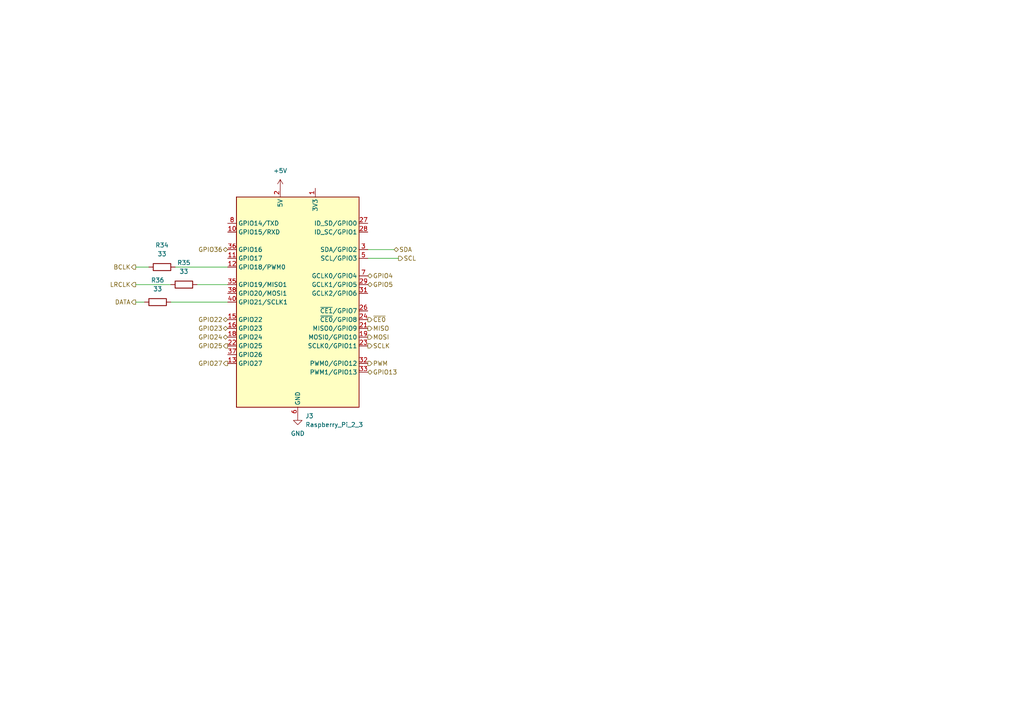
<source format=kicad_sch>
(kicad_sch (version 20231120) (generator "eeschema") (generator_version "8.0")
  (paper "A4")
  (lib_symbols
    (symbol "Connector:Raspberry_Pi_2_3"
      (property "Reference" "J" (at -17.78 31.75 0))
      (property "Value" "Raspberry_Pi_2_3" (at 10.16 -31.75 0))
      (symbol "Raspberry_Pi_2_3_0_1"
        (rectangle (start -17.78 30.48) (end 17.78 -30.48) (stroke (width 0.254)) (fill (type background)))
      )
      (symbol "Raspberry_Pi_2_3_1_1"
        (pin power_in line (at 5.08 33.02 270) (length 2.54) (name "3V3") (number "1"))
        (pin bidirectional line (at -20.32 20.32 0) (length 2.54) (name "GPIO15/RXD") (number "10"))
        (pin bidirectional line (at -20.32 12.7 0) (length 2.54) (name "GPIO17") (number "11"))
        (pin bidirectional line (at -20.32 10.16 0) (length 2.54) (name "GPIO18/PWM0") (number "12"))
        (pin bidirectional line (at -20.32 -17.78 0) (length 2.54) (name "GPIO27") (number "13"))
        (pin passive line (at 0 -33.02 90) (length 2.54) hide (name "GND") (number "14"))
        (pin bidirectional line (at -20.32 -5.08 0) (length 2.54) (name "GPIO22") (number "15"))
        (pin bidirectional line (at -20.32 -7.62 0) (length 2.54) (name "GPIO23") (number "16"))
        (pin passive line (at 5.08 33.02 270) (length 2.54) hide (name "3V3") (number "17"))
        (pin bidirectional line (at -20.32 -10.16 0) (length 2.54) (name "GPIO24") (number "18"))
        (pin bidirectional line (at 20.32 -10.16 180) (length 2.54) (name "MOSI0/GPIO10") (number "19"))
        (pin power_in line (at -5.08 33.02 270) (length 2.54) (name "5V") (number "2"))
        (pin passive line (at 0 -33.02 90) (length 2.54) hide (name "GND") (number "20"))
        (pin bidirectional line (at 20.32 -7.62 180) (length 2.54) (name "MISO0/GPIO9") (number "21"))
        (pin bidirectional line (at -20.32 -12.7 0) (length 2.54) (name "GPIO25") (number "22"))
        (pin bidirectional line (at 20.32 -12.7 180) (length 2.54) (name "SCLK0/GPIO11") (number "23"))
        (pin bidirectional line (at 20.32 -5.08 180) (length 2.54) (name "~{CE0}/GPIO8") (number "24"))
        (pin passive line (at 0 -33.02 90) (length 2.54) hide (name "GND") (number "25"))
        (pin bidirectional line (at 20.32 -2.54 180) (length 2.54) (name "~{CE1}/GPIO7") (number "26"))
        (pin bidirectional line (at 20.32 22.86 180) (length 2.54) (name "ID_SD/GPIO0") (number "27"))
        (pin bidirectional line (at 20.32 20.32 180) (length 2.54) (name "ID_SC/GPIO1") (number "28"))
        (pin bidirectional line (at 20.32 5.08 180) (length 2.54) (name "GCLK1/GPIO5") (number "29"))
        (pin bidirectional line (at 20.32 15.24 180) (length 2.54) (name "SDA/GPIO2") (number "3"))
        (pin passive line (at 0 -33.02 90) (length 2.54) hide (name "GND") (number "30"))
        (pin bidirectional line (at 20.32 2.54 180) (length 2.54) (name "GCLK2/GPIO6") (number "31"))
        (pin bidirectional line (at 20.32 -17.78 180) (length 2.54) (name "PWM0/GPIO12") (number "32"))
        (pin bidirectional line (at 20.32 -20.32 180) (length 2.54) (name "PWM1/GPIO13") (number "33"))
        (pin passive line (at 0 -33.02 90) (length 2.54) hide (name "GND") (number "34"))
        (pin bidirectional line (at -20.32 5.08 0) (length 2.54) (name "GPIO19/MISO1") (number "35"))
        (pin bidirectional line (at -20.32 15.24 0) (length 2.54) (name "GPIO16") (number "36"))
        (pin bidirectional line (at -20.32 -15.24 0) (length 2.54) (name "GPIO26") (number "37"))
        (pin bidirectional line (at -20.32 2.54 0) (length 2.54) (name "GPIO20/MOSI1") (number "38"))
        (pin passive line (at 0 -33.02 90) (length 2.54) hide (name "GND") (number "39"))
        (pin passive line (at -5.08 33.02 270) (length 2.54) hide (name "5V") (number "4"))
        (pin bidirectional line (at -20.32 0 0) (length 2.54) (name "GPIO21/SCLK1") (number "40"))
        (pin bidirectional line (at 20.32 12.7 180) (length 2.54) (name "SCL/GPIO3") (number "5"))
        (pin power_in line (at 0 -33.02 90) (length 2.54) (name "GND") (number "6"))
        (pin bidirectional line (at 20.32 7.62 180) (length 2.54) (name "GCLK0/GPIO4") (number "7"))
        (pin bidirectional line (at -20.32 22.86 0) (length 2.54) (name "GPIO14/TXD") (number "8"))
        (pin passive line (at 0 -33.02 90) (length 2.54) hide (name "GND") (number "9"))
      )
    )
    (symbol "Device:R" (pin_numbers hide) (pin_names (offset 0))
      (property "Reference" "R" (at 2.032 0 90))
      (property "Value" "R" (at 0 0 90))
      (symbol "R_0_1"
        (rectangle (start -1.016 -2.54) (end 1.016 2.54) (stroke (width 0.254)))
      )
      (symbol "R_1_1"
        (pin passive line (at 0 3.81 270) (length 1.27) (name "~") (number "1"))
        (pin passive line (at 0 -3.81 90) (length 1.27) (name "~") (number "2"))
      )
    )
    (symbol "power:+5V" (power) (pin_numbers hide) (pin_names (offset 0) hide)
      (property "Value" "+5V" (at 0 3.556 0))
      (symbol "+5V_0_1"
        (polyline (pts (xy -0.762 1.27) (xy 0 2.54)))
        (polyline (pts (xy 0 0) (xy 0 2.54)))
        (polyline (pts (xy 0 2.54) (xy 0.762 1.27)))
      )
      (symbol "+5V_1_1"
        (pin power_in line (at 0 0 90) (length 0) (name "~") (number "1"))
      )
    )
    (symbol "power:GND" (power) (pin_numbers hide) (pin_names (offset 0) hide)
      (property "Value" "GND" (at 0 -3.81 0))
      (symbol "GND_0_1"
        (polyline (pts (xy 0 0) (xy 0 -1.27) (xy 1.27 -1.27) (xy 0 -2.54) (xy -1.27 -1.27) (xy 0 -1.27)))
      )
      (symbol "GND_1_1"
        (pin power_in line (at 0 0 270) (length 0) (name "~") (number "1"))
      )
    )
  )
  (wire (pts (xy 50.8 77.47) (xy 66.04 77.47)))
  (wire (pts (xy 114.3 72.39) (xy 106.68 72.39)))
  (wire (pts (xy 39.37 77.47) (xy 43.18 77.47)))
  (wire (pts (xy 39.37 82.55) (xy 49.53 82.55)))
  (wire (pts (xy 57.15 82.55) (xy 66.04 82.55)))
  (wire (pts (xy 39.37 87.63) (xy 41.91 87.63)))
  (wire (pts (xy 115.57 74.93) (xy 106.68 74.93)))
  (wire (pts (xy 49.53 87.63) (xy 66.04 87.63)))
  (hierarchical_label "PWM" (shape output) (at 106.68 105.41 0))
  (hierarchical_label "GPIO5" (shape bidirectional) (at 106.68 82.55 0))
  (hierarchical_label "LRCLK" (shape output) (at 39.37 82.55 180))
  (hierarchical_label "DATA" (shape output) (at 39.37 87.63 180))
  (hierarchical_label "SCLK" (shape output) (at 106.68 100.33 0))
  (hierarchical_label "GPIO25" (shape output) (at 66.04 100.33 180))
  (hierarchical_label "~{CE0}" (shape output) (at 106.68 92.71 0))
  (hierarchical_label "MOSI" (shape output) (at 106.68 97.79 0))
  (hierarchical_label "BCLK" (shape output) (at 39.37 77.47 180))
  (hierarchical_label "GPIO22" (shape bidirectional) (at 66.04 92.71 180))
  (hierarchical_label "GPIO23" (shape bidirectional) (at 66.04 95.25 180))
  (hierarchical_label "GPIO24" (shape bidirectional) (at 66.04 97.79 180))
  (hierarchical_label "GPIO4" (shape bidirectional) (at 106.68 80.01 0))
  (hierarchical_label "SCL" (shape output) (at 115.57 74.93 0))
  (hierarchical_label "GPIO36" (shape bidirectional) (at 66.04 72.39 180))
  (hierarchical_label "GPIO13" (shape bidirectional) (at 106.68 107.95 0))
  (hierarchical_label "GPIO27" (shape output) (at 66.04 105.41 180))
  (hierarchical_label "MISO" (shape output) (at 106.68 95.25 0))
  (hierarchical_label "SDA" (shape bidirectional) (at 114.3 72.39 0))
  (symbol (lib_id "power:+5V") (at 81.28 54.61 0) (unit 1)
    (property "Reference" "#PWR07" (effects (hide yes)))
    (property "Value" "+5V" (at 81.28 49.53 0))
    (property "Description" "Power symbol creates a global label with name \"+5V\"" (effects (hide yes)))
  )
  (symbol (lib_id "Device:R") (at 45.72 87.63 90) (unit 1)
    (property "Reference" "R36" (at 45.72 81.28 90))
    (property "Value" "33" (at 45.72 83.82 90))
    (property "Footprint" "Resistor_SMD:R_0402_1005Metric" (effects (hide yes)))
    (property "Description" "Resistor" (effects (hide yes)))
  )
  (symbol (lib_id "Connector:Raspberry_Pi_2_3") (at 86.36 87.63 0) (unit 1)
    (property "Reference" "J3" (at 88.5541 120.65 0) (effects (justify left)))
    (property "Value" "Raspberry_Pi_2_3" (at 88.5541 123.19 0) (effects (justify left)))
    (property "Footprint" "Connector_PinSocket_2.54mm:PinSocket_2x20_P2.54mm_Vertical" (effects (hide yes)))
    (property "Datasheet" "https://www.raspberrypi.org/documentation/hardware/raspberrypi/schematics/rpi_SCH_3bplus_1p0_reduced.pdf" (effects (hide yes)))
    (property "Description" "expansion header for Raspberry Pi 2 & 3" (effects (hide yes)))
  )
  (symbol (lib_id "power:GND") (at 86.36 120.65 0) (unit 1)
    (property "Reference" "#PWR06" (effects (hide yes)))
    (property "Value" "GND" (at 86.36 125.73 0))
    (property "Description" "Power symbol creates a global label with name \"GND\" , ground" (effects (hide yes)))
  )
  (symbol (lib_id "Device:R") (at 46.99 77.47 90) (unit 1)
    (property "Reference" "R34" (at 46.99 71.12 90))
    (property "Value" "33" (at 46.99 73.66 90))
    (property "Footprint" "Resistor_SMD:R_0402_1005Metric" (effects (hide yes)))
    (property "Description" "Resistor" (effects (hide yes)))
  )
  (symbol (lib_id "Device:R") (at 53.34 82.55 90) (unit 1)
    (property "Reference" "R35" (at 53.34 76.2 90))
    (property "Value" "33" (at 53.34 78.74 90))
    (property "Footprint" "Resistor_SMD:R_0402_1005Metric" (effects (hide yes)))
    (property "Description" "Resistor" (effects (hide yes)))
  )
)
</source>
